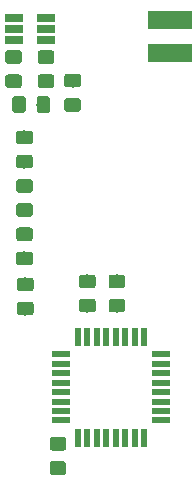
<source format=gbp>
G04 #@! TF.GenerationSoftware,KiCad,Pcbnew,5.0.2-bee76a0~70~ubuntu18.04.1*
G04 #@! TF.CreationDate,2019-01-08T13:34:53-05:00*
G04 #@! TF.ProjectId,samn_small,73616d6e-5f73-46d6-916c-6c2e6b696361,7*
G04 #@! TF.SameCoordinates,Original*
G04 #@! TF.FileFunction,Paste,Bot*
G04 #@! TF.FilePolarity,Positive*
%FSLAX46Y46*%
G04 Gerber Fmt 4.6, Leading zero omitted, Abs format (unit mm)*
G04 Created by KiCad (PCBNEW 5.0.2-bee76a0~70~ubuntu18.04.1) date Tue 08 Jan 2019 01:34:53 PM EST*
%MOMM*%
%LPD*%
G01*
G04 APERTURE LIST*
%ADD10R,3.700000X1.500000*%
%ADD11R,0.550000X1.600000*%
%ADD12R,1.600000X0.550000*%
%ADD13C,0.100000*%
%ADD14C,1.150000*%
%ADD15R,1.560000X0.650000*%
G04 APERTURE END LIST*
D10*
G04 #@! TO.C,L1*
X54650000Y-36800000D03*
X54650000Y-39600000D03*
G04 #@! TD*
D11*
G04 #@! TO.C,U2*
X52450000Y-63650000D03*
X51650000Y-63650000D03*
X50850000Y-63650000D03*
X50050000Y-63650000D03*
X49250000Y-63650000D03*
X48450000Y-63650000D03*
X47650000Y-63650000D03*
X46850000Y-63650000D03*
D12*
X45400000Y-65100000D03*
X45400000Y-65900000D03*
X45400000Y-66700000D03*
X45400000Y-67500000D03*
X45400000Y-68300000D03*
X45400000Y-69100000D03*
X45400000Y-69900000D03*
X45400000Y-70700000D03*
D11*
X46850000Y-72150000D03*
X47650000Y-72150000D03*
X48450000Y-72150000D03*
X49250000Y-72150000D03*
X50050000Y-72150000D03*
X50850000Y-72150000D03*
X51650000Y-72150000D03*
X52450000Y-72150000D03*
D12*
X53900000Y-70700000D03*
X53900000Y-69900000D03*
X53900000Y-69100000D03*
X53900000Y-68300000D03*
X53900000Y-67500000D03*
X53900000Y-66700000D03*
X53900000Y-65900000D03*
X53900000Y-65100000D03*
G04 #@! TD*
D13*
G04 #@! TO.C,R7*
G36*
X48124505Y-58351204D02*
X48148773Y-58354804D01*
X48172572Y-58360765D01*
X48195671Y-58369030D01*
X48217850Y-58379520D01*
X48238893Y-58392132D01*
X48258599Y-58406747D01*
X48276777Y-58423223D01*
X48293253Y-58441401D01*
X48307868Y-58461107D01*
X48320480Y-58482150D01*
X48330970Y-58504329D01*
X48339235Y-58527428D01*
X48345196Y-58551227D01*
X48348796Y-58575495D01*
X48350000Y-58599999D01*
X48350000Y-59250001D01*
X48348796Y-59274505D01*
X48345196Y-59298773D01*
X48339235Y-59322572D01*
X48330970Y-59345671D01*
X48320480Y-59367850D01*
X48307868Y-59388893D01*
X48293253Y-59408599D01*
X48276777Y-59426777D01*
X48258599Y-59443253D01*
X48238893Y-59457868D01*
X48217850Y-59470480D01*
X48195671Y-59480970D01*
X48172572Y-59489235D01*
X48148773Y-59495196D01*
X48124505Y-59498796D01*
X48100001Y-59500000D01*
X47199999Y-59500000D01*
X47175495Y-59498796D01*
X47151227Y-59495196D01*
X47127428Y-59489235D01*
X47104329Y-59480970D01*
X47082150Y-59470480D01*
X47061107Y-59457868D01*
X47041401Y-59443253D01*
X47023223Y-59426777D01*
X47006747Y-59408599D01*
X46992132Y-59388893D01*
X46979520Y-59367850D01*
X46969030Y-59345671D01*
X46960765Y-59322572D01*
X46954804Y-59298773D01*
X46951204Y-59274505D01*
X46950000Y-59250001D01*
X46950000Y-58599999D01*
X46951204Y-58575495D01*
X46954804Y-58551227D01*
X46960765Y-58527428D01*
X46969030Y-58504329D01*
X46979520Y-58482150D01*
X46992132Y-58461107D01*
X47006747Y-58441401D01*
X47023223Y-58423223D01*
X47041401Y-58406747D01*
X47061107Y-58392132D01*
X47082150Y-58379520D01*
X47104329Y-58369030D01*
X47127428Y-58360765D01*
X47151227Y-58354804D01*
X47175495Y-58351204D01*
X47199999Y-58350000D01*
X48100001Y-58350000D01*
X48124505Y-58351204D01*
X48124505Y-58351204D01*
G37*
D14*
X47650000Y-58925000D03*
D13*
G36*
X48124505Y-60401204D02*
X48148773Y-60404804D01*
X48172572Y-60410765D01*
X48195671Y-60419030D01*
X48217850Y-60429520D01*
X48238893Y-60442132D01*
X48258599Y-60456747D01*
X48276777Y-60473223D01*
X48293253Y-60491401D01*
X48307868Y-60511107D01*
X48320480Y-60532150D01*
X48330970Y-60554329D01*
X48339235Y-60577428D01*
X48345196Y-60601227D01*
X48348796Y-60625495D01*
X48350000Y-60649999D01*
X48350000Y-61300001D01*
X48348796Y-61324505D01*
X48345196Y-61348773D01*
X48339235Y-61372572D01*
X48330970Y-61395671D01*
X48320480Y-61417850D01*
X48307868Y-61438893D01*
X48293253Y-61458599D01*
X48276777Y-61476777D01*
X48258599Y-61493253D01*
X48238893Y-61507868D01*
X48217850Y-61520480D01*
X48195671Y-61530970D01*
X48172572Y-61539235D01*
X48148773Y-61545196D01*
X48124505Y-61548796D01*
X48100001Y-61550000D01*
X47199999Y-61550000D01*
X47175495Y-61548796D01*
X47151227Y-61545196D01*
X47127428Y-61539235D01*
X47104329Y-61530970D01*
X47082150Y-61520480D01*
X47061107Y-61507868D01*
X47041401Y-61493253D01*
X47023223Y-61476777D01*
X47006747Y-61458599D01*
X46992132Y-61438893D01*
X46979520Y-61417850D01*
X46969030Y-61395671D01*
X46960765Y-61372572D01*
X46954804Y-61348773D01*
X46951204Y-61324505D01*
X46950000Y-61300001D01*
X46950000Y-60649999D01*
X46951204Y-60625495D01*
X46954804Y-60601227D01*
X46960765Y-60577428D01*
X46969030Y-60554329D01*
X46979520Y-60532150D01*
X46992132Y-60511107D01*
X47006747Y-60491401D01*
X47023223Y-60473223D01*
X47041401Y-60456747D01*
X47061107Y-60442132D01*
X47082150Y-60429520D01*
X47104329Y-60419030D01*
X47127428Y-60410765D01*
X47151227Y-60404804D01*
X47175495Y-60401204D01*
X47199999Y-60400000D01*
X48100001Y-60400000D01*
X48124505Y-60401204D01*
X48124505Y-60401204D01*
G37*
D14*
X47650000Y-60975000D03*
G04 #@! TD*
D13*
G04 #@! TO.C,C2*
G36*
X46874505Y-43401204D02*
X46898773Y-43404804D01*
X46922572Y-43410765D01*
X46945671Y-43419030D01*
X46967850Y-43429520D01*
X46988893Y-43442132D01*
X47008599Y-43456747D01*
X47026777Y-43473223D01*
X47043253Y-43491401D01*
X47057868Y-43511107D01*
X47070480Y-43532150D01*
X47080970Y-43554329D01*
X47089235Y-43577428D01*
X47095196Y-43601227D01*
X47098796Y-43625495D01*
X47100000Y-43649999D01*
X47100000Y-44300001D01*
X47098796Y-44324505D01*
X47095196Y-44348773D01*
X47089235Y-44372572D01*
X47080970Y-44395671D01*
X47070480Y-44417850D01*
X47057868Y-44438893D01*
X47043253Y-44458599D01*
X47026777Y-44476777D01*
X47008599Y-44493253D01*
X46988893Y-44507868D01*
X46967850Y-44520480D01*
X46945671Y-44530970D01*
X46922572Y-44539235D01*
X46898773Y-44545196D01*
X46874505Y-44548796D01*
X46850001Y-44550000D01*
X45949999Y-44550000D01*
X45925495Y-44548796D01*
X45901227Y-44545196D01*
X45877428Y-44539235D01*
X45854329Y-44530970D01*
X45832150Y-44520480D01*
X45811107Y-44507868D01*
X45791401Y-44493253D01*
X45773223Y-44476777D01*
X45756747Y-44458599D01*
X45742132Y-44438893D01*
X45729520Y-44417850D01*
X45719030Y-44395671D01*
X45710765Y-44372572D01*
X45704804Y-44348773D01*
X45701204Y-44324505D01*
X45700000Y-44300001D01*
X45700000Y-43649999D01*
X45701204Y-43625495D01*
X45704804Y-43601227D01*
X45710765Y-43577428D01*
X45719030Y-43554329D01*
X45729520Y-43532150D01*
X45742132Y-43511107D01*
X45756747Y-43491401D01*
X45773223Y-43473223D01*
X45791401Y-43456747D01*
X45811107Y-43442132D01*
X45832150Y-43429520D01*
X45854329Y-43419030D01*
X45877428Y-43410765D01*
X45901227Y-43404804D01*
X45925495Y-43401204D01*
X45949999Y-43400000D01*
X46850001Y-43400000D01*
X46874505Y-43401204D01*
X46874505Y-43401204D01*
G37*
D14*
X46400000Y-43975000D03*
D13*
G36*
X46874505Y-41351204D02*
X46898773Y-41354804D01*
X46922572Y-41360765D01*
X46945671Y-41369030D01*
X46967850Y-41379520D01*
X46988893Y-41392132D01*
X47008599Y-41406747D01*
X47026777Y-41423223D01*
X47043253Y-41441401D01*
X47057868Y-41461107D01*
X47070480Y-41482150D01*
X47080970Y-41504329D01*
X47089235Y-41527428D01*
X47095196Y-41551227D01*
X47098796Y-41575495D01*
X47100000Y-41599999D01*
X47100000Y-42250001D01*
X47098796Y-42274505D01*
X47095196Y-42298773D01*
X47089235Y-42322572D01*
X47080970Y-42345671D01*
X47070480Y-42367850D01*
X47057868Y-42388893D01*
X47043253Y-42408599D01*
X47026777Y-42426777D01*
X47008599Y-42443253D01*
X46988893Y-42457868D01*
X46967850Y-42470480D01*
X46945671Y-42480970D01*
X46922572Y-42489235D01*
X46898773Y-42495196D01*
X46874505Y-42498796D01*
X46850001Y-42500000D01*
X45949999Y-42500000D01*
X45925495Y-42498796D01*
X45901227Y-42495196D01*
X45877428Y-42489235D01*
X45854329Y-42480970D01*
X45832150Y-42470480D01*
X45811107Y-42457868D01*
X45791401Y-42443253D01*
X45773223Y-42426777D01*
X45756747Y-42408599D01*
X45742132Y-42388893D01*
X45729520Y-42367850D01*
X45719030Y-42345671D01*
X45710765Y-42322572D01*
X45704804Y-42298773D01*
X45701204Y-42274505D01*
X45700000Y-42250001D01*
X45700000Y-41599999D01*
X45701204Y-41575495D01*
X45704804Y-41551227D01*
X45710765Y-41527428D01*
X45719030Y-41504329D01*
X45729520Y-41482150D01*
X45742132Y-41461107D01*
X45756747Y-41441401D01*
X45773223Y-41423223D01*
X45791401Y-41406747D01*
X45811107Y-41392132D01*
X45832150Y-41379520D01*
X45854329Y-41369030D01*
X45877428Y-41360765D01*
X45901227Y-41354804D01*
X45925495Y-41351204D01*
X45949999Y-41350000D01*
X46850001Y-41350000D01*
X46874505Y-41351204D01*
X46874505Y-41351204D01*
G37*
D14*
X46400000Y-41925000D03*
G04 #@! TD*
D13*
G04 #@! TO.C,C3*
G36*
X45624505Y-74151204D02*
X45648773Y-74154804D01*
X45672572Y-74160765D01*
X45695671Y-74169030D01*
X45717850Y-74179520D01*
X45738893Y-74192132D01*
X45758599Y-74206747D01*
X45776777Y-74223223D01*
X45793253Y-74241401D01*
X45807868Y-74261107D01*
X45820480Y-74282150D01*
X45830970Y-74304329D01*
X45839235Y-74327428D01*
X45845196Y-74351227D01*
X45848796Y-74375495D01*
X45850000Y-74399999D01*
X45850000Y-75050001D01*
X45848796Y-75074505D01*
X45845196Y-75098773D01*
X45839235Y-75122572D01*
X45830970Y-75145671D01*
X45820480Y-75167850D01*
X45807868Y-75188893D01*
X45793253Y-75208599D01*
X45776777Y-75226777D01*
X45758599Y-75243253D01*
X45738893Y-75257868D01*
X45717850Y-75270480D01*
X45695671Y-75280970D01*
X45672572Y-75289235D01*
X45648773Y-75295196D01*
X45624505Y-75298796D01*
X45600001Y-75300000D01*
X44699999Y-75300000D01*
X44675495Y-75298796D01*
X44651227Y-75295196D01*
X44627428Y-75289235D01*
X44604329Y-75280970D01*
X44582150Y-75270480D01*
X44561107Y-75257868D01*
X44541401Y-75243253D01*
X44523223Y-75226777D01*
X44506747Y-75208599D01*
X44492132Y-75188893D01*
X44479520Y-75167850D01*
X44469030Y-75145671D01*
X44460765Y-75122572D01*
X44454804Y-75098773D01*
X44451204Y-75074505D01*
X44450000Y-75050001D01*
X44450000Y-74399999D01*
X44451204Y-74375495D01*
X44454804Y-74351227D01*
X44460765Y-74327428D01*
X44469030Y-74304329D01*
X44479520Y-74282150D01*
X44492132Y-74261107D01*
X44506747Y-74241401D01*
X44523223Y-74223223D01*
X44541401Y-74206747D01*
X44561107Y-74192132D01*
X44582150Y-74179520D01*
X44604329Y-74169030D01*
X44627428Y-74160765D01*
X44651227Y-74154804D01*
X44675495Y-74151204D01*
X44699999Y-74150000D01*
X45600001Y-74150000D01*
X45624505Y-74151204D01*
X45624505Y-74151204D01*
G37*
D14*
X45150000Y-74725000D03*
D13*
G36*
X45624505Y-72101204D02*
X45648773Y-72104804D01*
X45672572Y-72110765D01*
X45695671Y-72119030D01*
X45717850Y-72129520D01*
X45738893Y-72142132D01*
X45758599Y-72156747D01*
X45776777Y-72173223D01*
X45793253Y-72191401D01*
X45807868Y-72211107D01*
X45820480Y-72232150D01*
X45830970Y-72254329D01*
X45839235Y-72277428D01*
X45845196Y-72301227D01*
X45848796Y-72325495D01*
X45850000Y-72349999D01*
X45850000Y-73000001D01*
X45848796Y-73024505D01*
X45845196Y-73048773D01*
X45839235Y-73072572D01*
X45830970Y-73095671D01*
X45820480Y-73117850D01*
X45807868Y-73138893D01*
X45793253Y-73158599D01*
X45776777Y-73176777D01*
X45758599Y-73193253D01*
X45738893Y-73207868D01*
X45717850Y-73220480D01*
X45695671Y-73230970D01*
X45672572Y-73239235D01*
X45648773Y-73245196D01*
X45624505Y-73248796D01*
X45600001Y-73250000D01*
X44699999Y-73250000D01*
X44675495Y-73248796D01*
X44651227Y-73245196D01*
X44627428Y-73239235D01*
X44604329Y-73230970D01*
X44582150Y-73220480D01*
X44561107Y-73207868D01*
X44541401Y-73193253D01*
X44523223Y-73176777D01*
X44506747Y-73158599D01*
X44492132Y-73138893D01*
X44479520Y-73117850D01*
X44469030Y-73095671D01*
X44460765Y-73072572D01*
X44454804Y-73048773D01*
X44451204Y-73024505D01*
X44450000Y-73000001D01*
X44450000Y-72349999D01*
X44451204Y-72325495D01*
X44454804Y-72301227D01*
X44460765Y-72277428D01*
X44469030Y-72254329D01*
X44479520Y-72232150D01*
X44492132Y-72211107D01*
X44506747Y-72191401D01*
X44523223Y-72173223D01*
X44541401Y-72156747D01*
X44561107Y-72142132D01*
X44582150Y-72129520D01*
X44604329Y-72119030D01*
X44627428Y-72110765D01*
X44651227Y-72104804D01*
X44675495Y-72101204D01*
X44699999Y-72100000D01*
X45600001Y-72100000D01*
X45624505Y-72101204D01*
X45624505Y-72101204D01*
G37*
D14*
X45150000Y-72675000D03*
G04 #@! TD*
D13*
G04 #@! TO.C,C5*
G36*
X42799505Y-46156204D02*
X42823773Y-46159804D01*
X42847572Y-46165765D01*
X42870671Y-46174030D01*
X42892850Y-46184520D01*
X42913893Y-46197132D01*
X42933599Y-46211747D01*
X42951777Y-46228223D01*
X42968253Y-46246401D01*
X42982868Y-46266107D01*
X42995480Y-46287150D01*
X43005970Y-46309329D01*
X43014235Y-46332428D01*
X43020196Y-46356227D01*
X43023796Y-46380495D01*
X43025000Y-46404999D01*
X43025000Y-47055001D01*
X43023796Y-47079505D01*
X43020196Y-47103773D01*
X43014235Y-47127572D01*
X43005970Y-47150671D01*
X42995480Y-47172850D01*
X42982868Y-47193893D01*
X42968253Y-47213599D01*
X42951777Y-47231777D01*
X42933599Y-47248253D01*
X42913893Y-47262868D01*
X42892850Y-47275480D01*
X42870671Y-47285970D01*
X42847572Y-47294235D01*
X42823773Y-47300196D01*
X42799505Y-47303796D01*
X42775001Y-47305000D01*
X41874999Y-47305000D01*
X41850495Y-47303796D01*
X41826227Y-47300196D01*
X41802428Y-47294235D01*
X41779329Y-47285970D01*
X41757150Y-47275480D01*
X41736107Y-47262868D01*
X41716401Y-47248253D01*
X41698223Y-47231777D01*
X41681747Y-47213599D01*
X41667132Y-47193893D01*
X41654520Y-47172850D01*
X41644030Y-47150671D01*
X41635765Y-47127572D01*
X41629804Y-47103773D01*
X41626204Y-47079505D01*
X41625000Y-47055001D01*
X41625000Y-46404999D01*
X41626204Y-46380495D01*
X41629804Y-46356227D01*
X41635765Y-46332428D01*
X41644030Y-46309329D01*
X41654520Y-46287150D01*
X41667132Y-46266107D01*
X41681747Y-46246401D01*
X41698223Y-46228223D01*
X41716401Y-46211747D01*
X41736107Y-46197132D01*
X41757150Y-46184520D01*
X41779329Y-46174030D01*
X41802428Y-46165765D01*
X41826227Y-46159804D01*
X41850495Y-46156204D01*
X41874999Y-46155000D01*
X42775001Y-46155000D01*
X42799505Y-46156204D01*
X42799505Y-46156204D01*
G37*
D14*
X42325000Y-46730000D03*
D13*
G36*
X42799505Y-48206204D02*
X42823773Y-48209804D01*
X42847572Y-48215765D01*
X42870671Y-48224030D01*
X42892850Y-48234520D01*
X42913893Y-48247132D01*
X42933599Y-48261747D01*
X42951777Y-48278223D01*
X42968253Y-48296401D01*
X42982868Y-48316107D01*
X42995480Y-48337150D01*
X43005970Y-48359329D01*
X43014235Y-48382428D01*
X43020196Y-48406227D01*
X43023796Y-48430495D01*
X43025000Y-48454999D01*
X43025000Y-49105001D01*
X43023796Y-49129505D01*
X43020196Y-49153773D01*
X43014235Y-49177572D01*
X43005970Y-49200671D01*
X42995480Y-49222850D01*
X42982868Y-49243893D01*
X42968253Y-49263599D01*
X42951777Y-49281777D01*
X42933599Y-49298253D01*
X42913893Y-49312868D01*
X42892850Y-49325480D01*
X42870671Y-49335970D01*
X42847572Y-49344235D01*
X42823773Y-49350196D01*
X42799505Y-49353796D01*
X42775001Y-49355000D01*
X41874999Y-49355000D01*
X41850495Y-49353796D01*
X41826227Y-49350196D01*
X41802428Y-49344235D01*
X41779329Y-49335970D01*
X41757150Y-49325480D01*
X41736107Y-49312868D01*
X41716401Y-49298253D01*
X41698223Y-49281777D01*
X41681747Y-49263599D01*
X41667132Y-49243893D01*
X41654520Y-49222850D01*
X41644030Y-49200671D01*
X41635765Y-49177572D01*
X41629804Y-49153773D01*
X41626204Y-49129505D01*
X41625000Y-49105001D01*
X41625000Y-48454999D01*
X41626204Y-48430495D01*
X41629804Y-48406227D01*
X41635765Y-48382428D01*
X41644030Y-48359329D01*
X41654520Y-48337150D01*
X41667132Y-48316107D01*
X41681747Y-48296401D01*
X41698223Y-48278223D01*
X41716401Y-48261747D01*
X41736107Y-48247132D01*
X41757150Y-48234520D01*
X41779329Y-48224030D01*
X41802428Y-48215765D01*
X41826227Y-48209804D01*
X41850495Y-48206204D01*
X41874999Y-48205000D01*
X42775001Y-48205000D01*
X42799505Y-48206204D01*
X42799505Y-48206204D01*
G37*
D14*
X42325000Y-48780000D03*
G04 #@! TD*
D13*
G04 #@! TO.C,C6*
G36*
X42799505Y-56406204D02*
X42823773Y-56409804D01*
X42847572Y-56415765D01*
X42870671Y-56424030D01*
X42892850Y-56434520D01*
X42913893Y-56447132D01*
X42933599Y-56461747D01*
X42951777Y-56478223D01*
X42968253Y-56496401D01*
X42982868Y-56516107D01*
X42995480Y-56537150D01*
X43005970Y-56559329D01*
X43014235Y-56582428D01*
X43020196Y-56606227D01*
X43023796Y-56630495D01*
X43025000Y-56654999D01*
X43025000Y-57305001D01*
X43023796Y-57329505D01*
X43020196Y-57353773D01*
X43014235Y-57377572D01*
X43005970Y-57400671D01*
X42995480Y-57422850D01*
X42982868Y-57443893D01*
X42968253Y-57463599D01*
X42951777Y-57481777D01*
X42933599Y-57498253D01*
X42913893Y-57512868D01*
X42892850Y-57525480D01*
X42870671Y-57535970D01*
X42847572Y-57544235D01*
X42823773Y-57550196D01*
X42799505Y-57553796D01*
X42775001Y-57555000D01*
X41874999Y-57555000D01*
X41850495Y-57553796D01*
X41826227Y-57550196D01*
X41802428Y-57544235D01*
X41779329Y-57535970D01*
X41757150Y-57525480D01*
X41736107Y-57512868D01*
X41716401Y-57498253D01*
X41698223Y-57481777D01*
X41681747Y-57463599D01*
X41667132Y-57443893D01*
X41654520Y-57422850D01*
X41644030Y-57400671D01*
X41635765Y-57377572D01*
X41629804Y-57353773D01*
X41626204Y-57329505D01*
X41625000Y-57305001D01*
X41625000Y-56654999D01*
X41626204Y-56630495D01*
X41629804Y-56606227D01*
X41635765Y-56582428D01*
X41644030Y-56559329D01*
X41654520Y-56537150D01*
X41667132Y-56516107D01*
X41681747Y-56496401D01*
X41698223Y-56478223D01*
X41716401Y-56461747D01*
X41736107Y-56447132D01*
X41757150Y-56434520D01*
X41779329Y-56424030D01*
X41802428Y-56415765D01*
X41826227Y-56409804D01*
X41850495Y-56406204D01*
X41874999Y-56405000D01*
X42775001Y-56405000D01*
X42799505Y-56406204D01*
X42799505Y-56406204D01*
G37*
D14*
X42325000Y-56980000D03*
D13*
G36*
X42799505Y-54356204D02*
X42823773Y-54359804D01*
X42847572Y-54365765D01*
X42870671Y-54374030D01*
X42892850Y-54384520D01*
X42913893Y-54397132D01*
X42933599Y-54411747D01*
X42951777Y-54428223D01*
X42968253Y-54446401D01*
X42982868Y-54466107D01*
X42995480Y-54487150D01*
X43005970Y-54509329D01*
X43014235Y-54532428D01*
X43020196Y-54556227D01*
X43023796Y-54580495D01*
X43025000Y-54604999D01*
X43025000Y-55255001D01*
X43023796Y-55279505D01*
X43020196Y-55303773D01*
X43014235Y-55327572D01*
X43005970Y-55350671D01*
X42995480Y-55372850D01*
X42982868Y-55393893D01*
X42968253Y-55413599D01*
X42951777Y-55431777D01*
X42933599Y-55448253D01*
X42913893Y-55462868D01*
X42892850Y-55475480D01*
X42870671Y-55485970D01*
X42847572Y-55494235D01*
X42823773Y-55500196D01*
X42799505Y-55503796D01*
X42775001Y-55505000D01*
X41874999Y-55505000D01*
X41850495Y-55503796D01*
X41826227Y-55500196D01*
X41802428Y-55494235D01*
X41779329Y-55485970D01*
X41757150Y-55475480D01*
X41736107Y-55462868D01*
X41716401Y-55448253D01*
X41698223Y-55431777D01*
X41681747Y-55413599D01*
X41667132Y-55393893D01*
X41654520Y-55372850D01*
X41644030Y-55350671D01*
X41635765Y-55327572D01*
X41629804Y-55303773D01*
X41626204Y-55279505D01*
X41625000Y-55255001D01*
X41625000Y-54604999D01*
X41626204Y-54580495D01*
X41629804Y-54556227D01*
X41635765Y-54532428D01*
X41644030Y-54509329D01*
X41654520Y-54487150D01*
X41667132Y-54466107D01*
X41681747Y-54446401D01*
X41698223Y-54428223D01*
X41716401Y-54411747D01*
X41736107Y-54397132D01*
X41757150Y-54384520D01*
X41779329Y-54374030D01*
X41802428Y-54365765D01*
X41826227Y-54359804D01*
X41850495Y-54356204D01*
X41874999Y-54355000D01*
X42775001Y-54355000D01*
X42799505Y-54356204D01*
X42799505Y-54356204D01*
G37*
D14*
X42325000Y-54930000D03*
G04 #@! TD*
D13*
G04 #@! TO.C,C1*
G36*
X44624505Y-41401204D02*
X44648773Y-41404804D01*
X44672572Y-41410765D01*
X44695671Y-41419030D01*
X44717850Y-41429520D01*
X44738893Y-41442132D01*
X44758599Y-41456747D01*
X44776777Y-41473223D01*
X44793253Y-41491401D01*
X44807868Y-41511107D01*
X44820480Y-41532150D01*
X44830970Y-41554329D01*
X44839235Y-41577428D01*
X44845196Y-41601227D01*
X44848796Y-41625495D01*
X44850000Y-41649999D01*
X44850000Y-42300001D01*
X44848796Y-42324505D01*
X44845196Y-42348773D01*
X44839235Y-42372572D01*
X44830970Y-42395671D01*
X44820480Y-42417850D01*
X44807868Y-42438893D01*
X44793253Y-42458599D01*
X44776777Y-42476777D01*
X44758599Y-42493253D01*
X44738893Y-42507868D01*
X44717850Y-42520480D01*
X44695671Y-42530970D01*
X44672572Y-42539235D01*
X44648773Y-42545196D01*
X44624505Y-42548796D01*
X44600001Y-42550000D01*
X43699999Y-42550000D01*
X43675495Y-42548796D01*
X43651227Y-42545196D01*
X43627428Y-42539235D01*
X43604329Y-42530970D01*
X43582150Y-42520480D01*
X43561107Y-42507868D01*
X43541401Y-42493253D01*
X43523223Y-42476777D01*
X43506747Y-42458599D01*
X43492132Y-42438893D01*
X43479520Y-42417850D01*
X43469030Y-42395671D01*
X43460765Y-42372572D01*
X43454804Y-42348773D01*
X43451204Y-42324505D01*
X43450000Y-42300001D01*
X43450000Y-41649999D01*
X43451204Y-41625495D01*
X43454804Y-41601227D01*
X43460765Y-41577428D01*
X43469030Y-41554329D01*
X43479520Y-41532150D01*
X43492132Y-41511107D01*
X43506747Y-41491401D01*
X43523223Y-41473223D01*
X43541401Y-41456747D01*
X43561107Y-41442132D01*
X43582150Y-41429520D01*
X43604329Y-41419030D01*
X43627428Y-41410765D01*
X43651227Y-41404804D01*
X43675495Y-41401204D01*
X43699999Y-41400000D01*
X44600001Y-41400000D01*
X44624505Y-41401204D01*
X44624505Y-41401204D01*
G37*
D14*
X44150000Y-41975000D03*
D13*
G36*
X44624505Y-39351204D02*
X44648773Y-39354804D01*
X44672572Y-39360765D01*
X44695671Y-39369030D01*
X44717850Y-39379520D01*
X44738893Y-39392132D01*
X44758599Y-39406747D01*
X44776777Y-39423223D01*
X44793253Y-39441401D01*
X44807868Y-39461107D01*
X44820480Y-39482150D01*
X44830970Y-39504329D01*
X44839235Y-39527428D01*
X44845196Y-39551227D01*
X44848796Y-39575495D01*
X44850000Y-39599999D01*
X44850000Y-40250001D01*
X44848796Y-40274505D01*
X44845196Y-40298773D01*
X44839235Y-40322572D01*
X44830970Y-40345671D01*
X44820480Y-40367850D01*
X44807868Y-40388893D01*
X44793253Y-40408599D01*
X44776777Y-40426777D01*
X44758599Y-40443253D01*
X44738893Y-40457868D01*
X44717850Y-40470480D01*
X44695671Y-40480970D01*
X44672572Y-40489235D01*
X44648773Y-40495196D01*
X44624505Y-40498796D01*
X44600001Y-40500000D01*
X43699999Y-40500000D01*
X43675495Y-40498796D01*
X43651227Y-40495196D01*
X43627428Y-40489235D01*
X43604329Y-40480970D01*
X43582150Y-40470480D01*
X43561107Y-40457868D01*
X43541401Y-40443253D01*
X43523223Y-40426777D01*
X43506747Y-40408599D01*
X43492132Y-40388893D01*
X43479520Y-40367850D01*
X43469030Y-40345671D01*
X43460765Y-40322572D01*
X43454804Y-40298773D01*
X43451204Y-40274505D01*
X43450000Y-40250001D01*
X43450000Y-39599999D01*
X43451204Y-39575495D01*
X43454804Y-39551227D01*
X43460765Y-39527428D01*
X43469030Y-39504329D01*
X43479520Y-39482150D01*
X43492132Y-39461107D01*
X43506747Y-39441401D01*
X43523223Y-39423223D01*
X43541401Y-39406747D01*
X43561107Y-39392132D01*
X43582150Y-39379520D01*
X43604329Y-39369030D01*
X43627428Y-39360765D01*
X43651227Y-39354804D01*
X43675495Y-39351204D01*
X43699999Y-39350000D01*
X44600001Y-39350000D01*
X44624505Y-39351204D01*
X44624505Y-39351204D01*
G37*
D14*
X44150000Y-39925000D03*
G04 #@! TD*
D15*
G04 #@! TO.C,U1*
X41453200Y-37567800D03*
X41453200Y-36617800D03*
X41453200Y-38517800D03*
X44153200Y-38517800D03*
X44153200Y-37567800D03*
X44153200Y-36617800D03*
G04 #@! TD*
D13*
G04 #@! TO.C,R4*
G36*
X42874505Y-58601204D02*
X42898773Y-58604804D01*
X42922572Y-58610765D01*
X42945671Y-58619030D01*
X42967850Y-58629520D01*
X42988893Y-58642132D01*
X43008599Y-58656747D01*
X43026777Y-58673223D01*
X43043253Y-58691401D01*
X43057868Y-58711107D01*
X43070480Y-58732150D01*
X43080970Y-58754329D01*
X43089235Y-58777428D01*
X43095196Y-58801227D01*
X43098796Y-58825495D01*
X43100000Y-58849999D01*
X43100000Y-59500001D01*
X43098796Y-59524505D01*
X43095196Y-59548773D01*
X43089235Y-59572572D01*
X43080970Y-59595671D01*
X43070480Y-59617850D01*
X43057868Y-59638893D01*
X43043253Y-59658599D01*
X43026777Y-59676777D01*
X43008599Y-59693253D01*
X42988893Y-59707868D01*
X42967850Y-59720480D01*
X42945671Y-59730970D01*
X42922572Y-59739235D01*
X42898773Y-59745196D01*
X42874505Y-59748796D01*
X42850001Y-59750000D01*
X41949999Y-59750000D01*
X41925495Y-59748796D01*
X41901227Y-59745196D01*
X41877428Y-59739235D01*
X41854329Y-59730970D01*
X41832150Y-59720480D01*
X41811107Y-59707868D01*
X41791401Y-59693253D01*
X41773223Y-59676777D01*
X41756747Y-59658599D01*
X41742132Y-59638893D01*
X41729520Y-59617850D01*
X41719030Y-59595671D01*
X41710765Y-59572572D01*
X41704804Y-59548773D01*
X41701204Y-59524505D01*
X41700000Y-59500001D01*
X41700000Y-58849999D01*
X41701204Y-58825495D01*
X41704804Y-58801227D01*
X41710765Y-58777428D01*
X41719030Y-58754329D01*
X41729520Y-58732150D01*
X41742132Y-58711107D01*
X41756747Y-58691401D01*
X41773223Y-58673223D01*
X41791401Y-58656747D01*
X41811107Y-58642132D01*
X41832150Y-58629520D01*
X41854329Y-58619030D01*
X41877428Y-58610765D01*
X41901227Y-58604804D01*
X41925495Y-58601204D01*
X41949999Y-58600000D01*
X42850001Y-58600000D01*
X42874505Y-58601204D01*
X42874505Y-58601204D01*
G37*
D14*
X42400000Y-59175000D03*
D13*
G36*
X42874505Y-60651204D02*
X42898773Y-60654804D01*
X42922572Y-60660765D01*
X42945671Y-60669030D01*
X42967850Y-60679520D01*
X42988893Y-60692132D01*
X43008599Y-60706747D01*
X43026777Y-60723223D01*
X43043253Y-60741401D01*
X43057868Y-60761107D01*
X43070480Y-60782150D01*
X43080970Y-60804329D01*
X43089235Y-60827428D01*
X43095196Y-60851227D01*
X43098796Y-60875495D01*
X43100000Y-60899999D01*
X43100000Y-61550001D01*
X43098796Y-61574505D01*
X43095196Y-61598773D01*
X43089235Y-61622572D01*
X43080970Y-61645671D01*
X43070480Y-61667850D01*
X43057868Y-61688893D01*
X43043253Y-61708599D01*
X43026777Y-61726777D01*
X43008599Y-61743253D01*
X42988893Y-61757868D01*
X42967850Y-61770480D01*
X42945671Y-61780970D01*
X42922572Y-61789235D01*
X42898773Y-61795196D01*
X42874505Y-61798796D01*
X42850001Y-61800000D01*
X41949999Y-61800000D01*
X41925495Y-61798796D01*
X41901227Y-61795196D01*
X41877428Y-61789235D01*
X41854329Y-61780970D01*
X41832150Y-61770480D01*
X41811107Y-61757868D01*
X41791401Y-61743253D01*
X41773223Y-61726777D01*
X41756747Y-61708599D01*
X41742132Y-61688893D01*
X41729520Y-61667850D01*
X41719030Y-61645671D01*
X41710765Y-61622572D01*
X41704804Y-61598773D01*
X41701204Y-61574505D01*
X41700000Y-61550001D01*
X41700000Y-60899999D01*
X41701204Y-60875495D01*
X41704804Y-60851227D01*
X41710765Y-60827428D01*
X41719030Y-60804329D01*
X41729520Y-60782150D01*
X41742132Y-60761107D01*
X41756747Y-60741401D01*
X41773223Y-60723223D01*
X41791401Y-60706747D01*
X41811107Y-60692132D01*
X41832150Y-60679520D01*
X41854329Y-60669030D01*
X41877428Y-60660765D01*
X41901227Y-60654804D01*
X41925495Y-60651204D01*
X41949999Y-60650000D01*
X42850001Y-60650000D01*
X42874505Y-60651204D01*
X42874505Y-60651204D01*
G37*
D14*
X42400000Y-61225000D03*
G04 #@! TD*
D13*
G04 #@! TO.C,R1*
G36*
X41874505Y-39351204D02*
X41898773Y-39354804D01*
X41922572Y-39360765D01*
X41945671Y-39369030D01*
X41967850Y-39379520D01*
X41988893Y-39392132D01*
X42008599Y-39406747D01*
X42026777Y-39423223D01*
X42043253Y-39441401D01*
X42057868Y-39461107D01*
X42070480Y-39482150D01*
X42080970Y-39504329D01*
X42089235Y-39527428D01*
X42095196Y-39551227D01*
X42098796Y-39575495D01*
X42100000Y-39599999D01*
X42100000Y-40250001D01*
X42098796Y-40274505D01*
X42095196Y-40298773D01*
X42089235Y-40322572D01*
X42080970Y-40345671D01*
X42070480Y-40367850D01*
X42057868Y-40388893D01*
X42043253Y-40408599D01*
X42026777Y-40426777D01*
X42008599Y-40443253D01*
X41988893Y-40457868D01*
X41967850Y-40470480D01*
X41945671Y-40480970D01*
X41922572Y-40489235D01*
X41898773Y-40495196D01*
X41874505Y-40498796D01*
X41850001Y-40500000D01*
X40949999Y-40500000D01*
X40925495Y-40498796D01*
X40901227Y-40495196D01*
X40877428Y-40489235D01*
X40854329Y-40480970D01*
X40832150Y-40470480D01*
X40811107Y-40457868D01*
X40791401Y-40443253D01*
X40773223Y-40426777D01*
X40756747Y-40408599D01*
X40742132Y-40388893D01*
X40729520Y-40367850D01*
X40719030Y-40345671D01*
X40710765Y-40322572D01*
X40704804Y-40298773D01*
X40701204Y-40274505D01*
X40700000Y-40250001D01*
X40700000Y-39599999D01*
X40701204Y-39575495D01*
X40704804Y-39551227D01*
X40710765Y-39527428D01*
X40719030Y-39504329D01*
X40729520Y-39482150D01*
X40742132Y-39461107D01*
X40756747Y-39441401D01*
X40773223Y-39423223D01*
X40791401Y-39406747D01*
X40811107Y-39392132D01*
X40832150Y-39379520D01*
X40854329Y-39369030D01*
X40877428Y-39360765D01*
X40901227Y-39354804D01*
X40925495Y-39351204D01*
X40949999Y-39350000D01*
X41850001Y-39350000D01*
X41874505Y-39351204D01*
X41874505Y-39351204D01*
G37*
D14*
X41400000Y-39925000D03*
D13*
G36*
X41874505Y-41401204D02*
X41898773Y-41404804D01*
X41922572Y-41410765D01*
X41945671Y-41419030D01*
X41967850Y-41429520D01*
X41988893Y-41442132D01*
X42008599Y-41456747D01*
X42026777Y-41473223D01*
X42043253Y-41491401D01*
X42057868Y-41511107D01*
X42070480Y-41532150D01*
X42080970Y-41554329D01*
X42089235Y-41577428D01*
X42095196Y-41601227D01*
X42098796Y-41625495D01*
X42100000Y-41649999D01*
X42100000Y-42300001D01*
X42098796Y-42324505D01*
X42095196Y-42348773D01*
X42089235Y-42372572D01*
X42080970Y-42395671D01*
X42070480Y-42417850D01*
X42057868Y-42438893D01*
X42043253Y-42458599D01*
X42026777Y-42476777D01*
X42008599Y-42493253D01*
X41988893Y-42507868D01*
X41967850Y-42520480D01*
X41945671Y-42530970D01*
X41922572Y-42539235D01*
X41898773Y-42545196D01*
X41874505Y-42548796D01*
X41850001Y-42550000D01*
X40949999Y-42550000D01*
X40925495Y-42548796D01*
X40901227Y-42545196D01*
X40877428Y-42539235D01*
X40854329Y-42530970D01*
X40832150Y-42520480D01*
X40811107Y-42507868D01*
X40791401Y-42493253D01*
X40773223Y-42476777D01*
X40756747Y-42458599D01*
X40742132Y-42438893D01*
X40729520Y-42417850D01*
X40719030Y-42395671D01*
X40710765Y-42372572D01*
X40704804Y-42348773D01*
X40701204Y-42324505D01*
X40700000Y-42300001D01*
X40700000Y-41649999D01*
X40701204Y-41625495D01*
X40704804Y-41601227D01*
X40710765Y-41577428D01*
X40719030Y-41554329D01*
X40729520Y-41532150D01*
X40742132Y-41511107D01*
X40756747Y-41491401D01*
X40773223Y-41473223D01*
X40791401Y-41456747D01*
X40811107Y-41442132D01*
X40832150Y-41429520D01*
X40854329Y-41419030D01*
X40877428Y-41410765D01*
X40901227Y-41404804D01*
X40925495Y-41401204D01*
X40949999Y-41400000D01*
X41850001Y-41400000D01*
X41874505Y-41401204D01*
X41874505Y-41401204D01*
G37*
D14*
X41400000Y-41975000D03*
G04 #@! TD*
D13*
G04 #@! TO.C,R2*
G36*
X44274505Y-43251204D02*
X44298773Y-43254804D01*
X44322572Y-43260765D01*
X44345671Y-43269030D01*
X44367850Y-43279520D01*
X44388893Y-43292132D01*
X44408599Y-43306747D01*
X44426777Y-43323223D01*
X44443253Y-43341401D01*
X44457868Y-43361107D01*
X44470480Y-43382150D01*
X44480970Y-43404329D01*
X44489235Y-43427428D01*
X44495196Y-43451227D01*
X44498796Y-43475495D01*
X44500000Y-43499999D01*
X44500000Y-44400001D01*
X44498796Y-44424505D01*
X44495196Y-44448773D01*
X44489235Y-44472572D01*
X44480970Y-44495671D01*
X44470480Y-44517850D01*
X44457868Y-44538893D01*
X44443253Y-44558599D01*
X44426777Y-44576777D01*
X44408599Y-44593253D01*
X44388893Y-44607868D01*
X44367850Y-44620480D01*
X44345671Y-44630970D01*
X44322572Y-44639235D01*
X44298773Y-44645196D01*
X44274505Y-44648796D01*
X44250001Y-44650000D01*
X43599999Y-44650000D01*
X43575495Y-44648796D01*
X43551227Y-44645196D01*
X43527428Y-44639235D01*
X43504329Y-44630970D01*
X43482150Y-44620480D01*
X43461107Y-44607868D01*
X43441401Y-44593253D01*
X43423223Y-44576777D01*
X43406747Y-44558599D01*
X43392132Y-44538893D01*
X43379520Y-44517850D01*
X43369030Y-44495671D01*
X43360765Y-44472572D01*
X43354804Y-44448773D01*
X43351204Y-44424505D01*
X43350000Y-44400001D01*
X43350000Y-43499999D01*
X43351204Y-43475495D01*
X43354804Y-43451227D01*
X43360765Y-43427428D01*
X43369030Y-43404329D01*
X43379520Y-43382150D01*
X43392132Y-43361107D01*
X43406747Y-43341401D01*
X43423223Y-43323223D01*
X43441401Y-43306747D01*
X43461107Y-43292132D01*
X43482150Y-43279520D01*
X43504329Y-43269030D01*
X43527428Y-43260765D01*
X43551227Y-43254804D01*
X43575495Y-43251204D01*
X43599999Y-43250000D01*
X44250001Y-43250000D01*
X44274505Y-43251204D01*
X44274505Y-43251204D01*
G37*
D14*
X43925000Y-43950000D03*
D13*
G36*
X42224505Y-43251204D02*
X42248773Y-43254804D01*
X42272572Y-43260765D01*
X42295671Y-43269030D01*
X42317850Y-43279520D01*
X42338893Y-43292132D01*
X42358599Y-43306747D01*
X42376777Y-43323223D01*
X42393253Y-43341401D01*
X42407868Y-43361107D01*
X42420480Y-43382150D01*
X42430970Y-43404329D01*
X42439235Y-43427428D01*
X42445196Y-43451227D01*
X42448796Y-43475495D01*
X42450000Y-43499999D01*
X42450000Y-44400001D01*
X42448796Y-44424505D01*
X42445196Y-44448773D01*
X42439235Y-44472572D01*
X42430970Y-44495671D01*
X42420480Y-44517850D01*
X42407868Y-44538893D01*
X42393253Y-44558599D01*
X42376777Y-44576777D01*
X42358599Y-44593253D01*
X42338893Y-44607868D01*
X42317850Y-44620480D01*
X42295671Y-44630970D01*
X42272572Y-44639235D01*
X42248773Y-44645196D01*
X42224505Y-44648796D01*
X42200001Y-44650000D01*
X41549999Y-44650000D01*
X41525495Y-44648796D01*
X41501227Y-44645196D01*
X41477428Y-44639235D01*
X41454329Y-44630970D01*
X41432150Y-44620480D01*
X41411107Y-44607868D01*
X41391401Y-44593253D01*
X41373223Y-44576777D01*
X41356747Y-44558599D01*
X41342132Y-44538893D01*
X41329520Y-44517850D01*
X41319030Y-44495671D01*
X41310765Y-44472572D01*
X41304804Y-44448773D01*
X41301204Y-44424505D01*
X41300000Y-44400001D01*
X41300000Y-43499999D01*
X41301204Y-43475495D01*
X41304804Y-43451227D01*
X41310765Y-43427428D01*
X41319030Y-43404329D01*
X41329520Y-43382150D01*
X41342132Y-43361107D01*
X41356747Y-43341401D01*
X41373223Y-43323223D01*
X41391401Y-43306747D01*
X41411107Y-43292132D01*
X41432150Y-43279520D01*
X41454329Y-43269030D01*
X41477428Y-43260765D01*
X41501227Y-43254804D01*
X41525495Y-43251204D01*
X41549999Y-43250000D01*
X42200001Y-43250000D01*
X42224505Y-43251204D01*
X42224505Y-43251204D01*
G37*
D14*
X41875000Y-43950000D03*
G04 #@! TD*
D13*
G04 #@! TO.C,R5*
G36*
X50624505Y-60401204D02*
X50648773Y-60404804D01*
X50672572Y-60410765D01*
X50695671Y-60419030D01*
X50717850Y-60429520D01*
X50738893Y-60442132D01*
X50758599Y-60456747D01*
X50776777Y-60473223D01*
X50793253Y-60491401D01*
X50807868Y-60511107D01*
X50820480Y-60532150D01*
X50830970Y-60554329D01*
X50839235Y-60577428D01*
X50845196Y-60601227D01*
X50848796Y-60625495D01*
X50850000Y-60649999D01*
X50850000Y-61300001D01*
X50848796Y-61324505D01*
X50845196Y-61348773D01*
X50839235Y-61372572D01*
X50830970Y-61395671D01*
X50820480Y-61417850D01*
X50807868Y-61438893D01*
X50793253Y-61458599D01*
X50776777Y-61476777D01*
X50758599Y-61493253D01*
X50738893Y-61507868D01*
X50717850Y-61520480D01*
X50695671Y-61530970D01*
X50672572Y-61539235D01*
X50648773Y-61545196D01*
X50624505Y-61548796D01*
X50600001Y-61550000D01*
X49699999Y-61550000D01*
X49675495Y-61548796D01*
X49651227Y-61545196D01*
X49627428Y-61539235D01*
X49604329Y-61530970D01*
X49582150Y-61520480D01*
X49561107Y-61507868D01*
X49541401Y-61493253D01*
X49523223Y-61476777D01*
X49506747Y-61458599D01*
X49492132Y-61438893D01*
X49479520Y-61417850D01*
X49469030Y-61395671D01*
X49460765Y-61372572D01*
X49454804Y-61348773D01*
X49451204Y-61324505D01*
X49450000Y-61300001D01*
X49450000Y-60649999D01*
X49451204Y-60625495D01*
X49454804Y-60601227D01*
X49460765Y-60577428D01*
X49469030Y-60554329D01*
X49479520Y-60532150D01*
X49492132Y-60511107D01*
X49506747Y-60491401D01*
X49523223Y-60473223D01*
X49541401Y-60456747D01*
X49561107Y-60442132D01*
X49582150Y-60429520D01*
X49604329Y-60419030D01*
X49627428Y-60410765D01*
X49651227Y-60404804D01*
X49675495Y-60401204D01*
X49699999Y-60400000D01*
X50600001Y-60400000D01*
X50624505Y-60401204D01*
X50624505Y-60401204D01*
G37*
D14*
X50150000Y-60975000D03*
D13*
G36*
X50624505Y-58351204D02*
X50648773Y-58354804D01*
X50672572Y-58360765D01*
X50695671Y-58369030D01*
X50717850Y-58379520D01*
X50738893Y-58392132D01*
X50758599Y-58406747D01*
X50776777Y-58423223D01*
X50793253Y-58441401D01*
X50807868Y-58461107D01*
X50820480Y-58482150D01*
X50830970Y-58504329D01*
X50839235Y-58527428D01*
X50845196Y-58551227D01*
X50848796Y-58575495D01*
X50850000Y-58599999D01*
X50850000Y-59250001D01*
X50848796Y-59274505D01*
X50845196Y-59298773D01*
X50839235Y-59322572D01*
X50830970Y-59345671D01*
X50820480Y-59367850D01*
X50807868Y-59388893D01*
X50793253Y-59408599D01*
X50776777Y-59426777D01*
X50758599Y-59443253D01*
X50738893Y-59457868D01*
X50717850Y-59470480D01*
X50695671Y-59480970D01*
X50672572Y-59489235D01*
X50648773Y-59495196D01*
X50624505Y-59498796D01*
X50600001Y-59500000D01*
X49699999Y-59500000D01*
X49675495Y-59498796D01*
X49651227Y-59495196D01*
X49627428Y-59489235D01*
X49604329Y-59480970D01*
X49582150Y-59470480D01*
X49561107Y-59457868D01*
X49541401Y-59443253D01*
X49523223Y-59426777D01*
X49506747Y-59408599D01*
X49492132Y-59388893D01*
X49479520Y-59367850D01*
X49469030Y-59345671D01*
X49460765Y-59322572D01*
X49454804Y-59298773D01*
X49451204Y-59274505D01*
X49450000Y-59250001D01*
X49450000Y-58599999D01*
X49451204Y-58575495D01*
X49454804Y-58551227D01*
X49460765Y-58527428D01*
X49469030Y-58504329D01*
X49479520Y-58482150D01*
X49492132Y-58461107D01*
X49506747Y-58441401D01*
X49523223Y-58423223D01*
X49541401Y-58406747D01*
X49561107Y-58392132D01*
X49582150Y-58379520D01*
X49604329Y-58369030D01*
X49627428Y-58360765D01*
X49651227Y-58354804D01*
X49675495Y-58351204D01*
X49699999Y-58350000D01*
X50600001Y-58350000D01*
X50624505Y-58351204D01*
X50624505Y-58351204D01*
G37*
D14*
X50150000Y-58925000D03*
G04 #@! TD*
D13*
G04 #@! TO.C,R6*
G36*
X42799505Y-52306204D02*
X42823773Y-52309804D01*
X42847572Y-52315765D01*
X42870671Y-52324030D01*
X42892850Y-52334520D01*
X42913893Y-52347132D01*
X42933599Y-52361747D01*
X42951777Y-52378223D01*
X42968253Y-52396401D01*
X42982868Y-52416107D01*
X42995480Y-52437150D01*
X43005970Y-52459329D01*
X43014235Y-52482428D01*
X43020196Y-52506227D01*
X43023796Y-52530495D01*
X43025000Y-52554999D01*
X43025000Y-53205001D01*
X43023796Y-53229505D01*
X43020196Y-53253773D01*
X43014235Y-53277572D01*
X43005970Y-53300671D01*
X42995480Y-53322850D01*
X42982868Y-53343893D01*
X42968253Y-53363599D01*
X42951777Y-53381777D01*
X42933599Y-53398253D01*
X42913893Y-53412868D01*
X42892850Y-53425480D01*
X42870671Y-53435970D01*
X42847572Y-53444235D01*
X42823773Y-53450196D01*
X42799505Y-53453796D01*
X42775001Y-53455000D01*
X41874999Y-53455000D01*
X41850495Y-53453796D01*
X41826227Y-53450196D01*
X41802428Y-53444235D01*
X41779329Y-53435970D01*
X41757150Y-53425480D01*
X41736107Y-53412868D01*
X41716401Y-53398253D01*
X41698223Y-53381777D01*
X41681747Y-53363599D01*
X41667132Y-53343893D01*
X41654520Y-53322850D01*
X41644030Y-53300671D01*
X41635765Y-53277572D01*
X41629804Y-53253773D01*
X41626204Y-53229505D01*
X41625000Y-53205001D01*
X41625000Y-52554999D01*
X41626204Y-52530495D01*
X41629804Y-52506227D01*
X41635765Y-52482428D01*
X41644030Y-52459329D01*
X41654520Y-52437150D01*
X41667132Y-52416107D01*
X41681747Y-52396401D01*
X41698223Y-52378223D01*
X41716401Y-52361747D01*
X41736107Y-52347132D01*
X41757150Y-52334520D01*
X41779329Y-52324030D01*
X41802428Y-52315765D01*
X41826227Y-52309804D01*
X41850495Y-52306204D01*
X41874999Y-52305000D01*
X42775001Y-52305000D01*
X42799505Y-52306204D01*
X42799505Y-52306204D01*
G37*
D14*
X42325000Y-52880000D03*
D13*
G36*
X42799505Y-50256204D02*
X42823773Y-50259804D01*
X42847572Y-50265765D01*
X42870671Y-50274030D01*
X42892850Y-50284520D01*
X42913893Y-50297132D01*
X42933599Y-50311747D01*
X42951777Y-50328223D01*
X42968253Y-50346401D01*
X42982868Y-50366107D01*
X42995480Y-50387150D01*
X43005970Y-50409329D01*
X43014235Y-50432428D01*
X43020196Y-50456227D01*
X43023796Y-50480495D01*
X43025000Y-50504999D01*
X43025000Y-51155001D01*
X43023796Y-51179505D01*
X43020196Y-51203773D01*
X43014235Y-51227572D01*
X43005970Y-51250671D01*
X42995480Y-51272850D01*
X42982868Y-51293893D01*
X42968253Y-51313599D01*
X42951777Y-51331777D01*
X42933599Y-51348253D01*
X42913893Y-51362868D01*
X42892850Y-51375480D01*
X42870671Y-51385970D01*
X42847572Y-51394235D01*
X42823773Y-51400196D01*
X42799505Y-51403796D01*
X42775001Y-51405000D01*
X41874999Y-51405000D01*
X41850495Y-51403796D01*
X41826227Y-51400196D01*
X41802428Y-51394235D01*
X41779329Y-51385970D01*
X41757150Y-51375480D01*
X41736107Y-51362868D01*
X41716401Y-51348253D01*
X41698223Y-51331777D01*
X41681747Y-51313599D01*
X41667132Y-51293893D01*
X41654520Y-51272850D01*
X41644030Y-51250671D01*
X41635765Y-51227572D01*
X41629804Y-51203773D01*
X41626204Y-51179505D01*
X41625000Y-51155001D01*
X41625000Y-50504999D01*
X41626204Y-50480495D01*
X41629804Y-50456227D01*
X41635765Y-50432428D01*
X41644030Y-50409329D01*
X41654520Y-50387150D01*
X41667132Y-50366107D01*
X41681747Y-50346401D01*
X41698223Y-50328223D01*
X41716401Y-50311747D01*
X41736107Y-50297132D01*
X41757150Y-50284520D01*
X41779329Y-50274030D01*
X41802428Y-50265765D01*
X41826227Y-50259804D01*
X41850495Y-50256204D01*
X41874999Y-50255000D01*
X42775001Y-50255000D01*
X42799505Y-50256204D01*
X42799505Y-50256204D01*
G37*
D14*
X42325000Y-50830000D03*
G04 #@! TD*
M02*

</source>
